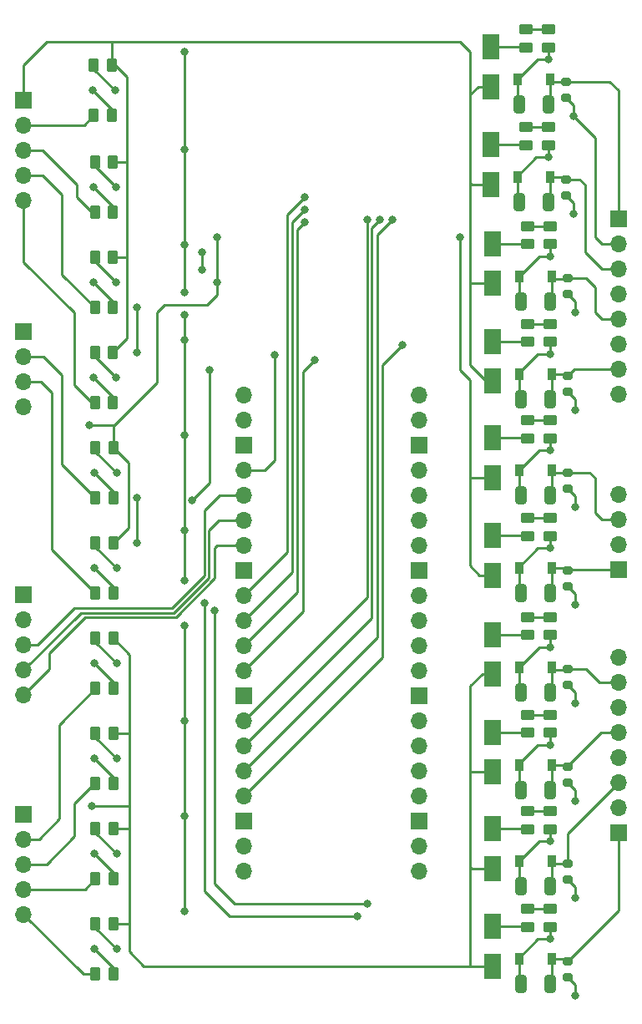
<source format=gbl>
G04 #@! TF.GenerationSoftware,KiCad,Pcbnew,(6.0.0)*
G04 #@! TF.CreationDate,2022-08-19T14:16:46+02:00*
G04 #@! TF.ProjectId,top,746f702e-6b69-4636-9164-5f7063625858,rev?*
G04 #@! TF.SameCoordinates,Original*
G04 #@! TF.FileFunction,Copper,L2,Bot*
G04 #@! TF.FilePolarity,Positive*
%FSLAX46Y46*%
G04 Gerber Fmt 4.6, Leading zero omitted, Abs format (unit mm)*
G04 Created by KiCad (PCBNEW (6.0.0)) date 2022-08-19 14:16:46*
%MOMM*%
%LPD*%
G01*
G04 APERTURE LIST*
G04 Aperture macros list*
%AMRoundRect*
0 Rectangle with rounded corners*
0 $1 Rounding radius*
0 $2 $3 $4 $5 $6 $7 $8 $9 X,Y pos of 4 corners*
0 Add a 4 corners polygon primitive as box body*
4,1,4,$2,$3,$4,$5,$6,$7,$8,$9,$2,$3,0*
0 Add four circle primitives for the rounded corners*
1,1,$1+$1,$2,$3*
1,1,$1+$1,$4,$5*
1,1,$1+$1,$6,$7*
1,1,$1+$1,$8,$9*
0 Add four rect primitives between the rounded corners*
20,1,$1+$1,$2,$3,$4,$5,0*
20,1,$1+$1,$4,$5,$6,$7,0*
20,1,$1+$1,$6,$7,$8,$9,0*
20,1,$1+$1,$8,$9,$2,$3,0*%
G04 Aperture macros list end*
G04 #@! TA.AperFunction,ComponentPad*
%ADD10R,1.700000X1.700000*%
G04 #@! TD*
G04 #@! TA.AperFunction,ComponentPad*
%ADD11O,1.700000X1.700000*%
G04 #@! TD*
G04 #@! TA.AperFunction,SMDPad,CuDef*
%ADD12R,1.800000X2.500000*%
G04 #@! TD*
G04 #@! TA.AperFunction,SMDPad,CuDef*
%ADD13RoundRect,0.250000X-0.450000X0.262500X-0.450000X-0.262500X0.450000X-0.262500X0.450000X0.262500X0*%
G04 #@! TD*
G04 #@! TA.AperFunction,SMDPad,CuDef*
%ADD14RoundRect,0.200000X0.275000X-0.200000X0.275000X0.200000X-0.275000X0.200000X-0.275000X-0.200000X0*%
G04 #@! TD*
G04 #@! TA.AperFunction,SMDPad,CuDef*
%ADD15RoundRect,0.250000X0.262500X0.450000X-0.262500X0.450000X-0.262500X-0.450000X0.262500X-0.450000X0*%
G04 #@! TD*
G04 #@! TA.AperFunction,SMDPad,CuDef*
%ADD16R,0.900000X1.200000*%
G04 #@! TD*
G04 #@! TA.AperFunction,SMDPad,CuDef*
%ADD17RoundRect,0.250000X-0.262500X-0.450000X0.262500X-0.450000X0.262500X0.450000X-0.262500X0.450000X0*%
G04 #@! TD*
G04 #@! TA.AperFunction,SMDPad,CuDef*
%ADD18RoundRect,0.250000X0.450000X-0.262500X0.450000X0.262500X-0.450000X0.262500X-0.450000X-0.262500X0*%
G04 #@! TD*
G04 #@! TA.AperFunction,SMDPad,CuDef*
%ADD19RoundRect,0.250000X-0.325000X-0.650000X0.325000X-0.650000X0.325000X0.650000X-0.325000X0.650000X0*%
G04 #@! TD*
G04 #@! TA.AperFunction,ViaPad*
%ADD20C,0.800000*%
G04 #@! TD*
G04 #@! TA.AperFunction,Conductor*
%ADD21C,0.250000*%
G04 #@! TD*
G04 APERTURE END LIST*
D10*
X111188000Y-81188000D03*
D11*
X111188000Y-83728000D03*
X111188000Y-86268000D03*
X111188000Y-88808000D03*
X133504000Y-87630000D03*
X133504000Y-90170000D03*
D10*
X133504000Y-92710000D03*
D11*
X133504000Y-95250000D03*
X133504000Y-97790000D03*
X133504000Y-100330000D03*
X133504000Y-102870000D03*
D10*
X133504000Y-105410000D03*
D11*
X133504000Y-107950000D03*
X133504000Y-110490000D03*
X133504000Y-113030000D03*
X133504000Y-115570000D03*
D10*
X133504000Y-118110000D03*
D11*
X133504000Y-120650000D03*
X133504000Y-123190000D03*
X133504000Y-125730000D03*
X133504000Y-128270000D03*
D10*
X133504000Y-130810000D03*
D11*
X133504000Y-133350000D03*
X133504000Y-135890000D03*
X151284000Y-135890000D03*
X151284000Y-133350000D03*
D10*
X151284000Y-130810000D03*
D11*
X151284000Y-128270000D03*
X151284000Y-125730000D03*
X151284000Y-123190000D03*
X151284000Y-120650000D03*
D10*
X151284000Y-118110000D03*
D11*
X151284000Y-115570000D03*
X151284000Y-113030000D03*
X151284000Y-110490000D03*
X151284000Y-107950000D03*
D10*
X151284000Y-105410000D03*
D11*
X151284000Y-102870000D03*
X151284000Y-100330000D03*
X151284000Y-97790000D03*
X151284000Y-95250000D03*
D10*
X151284000Y-92710000D03*
D11*
X151284000Y-90170000D03*
X151284000Y-87630000D03*
D10*
X111188000Y-130083000D03*
D11*
X111188000Y-132623000D03*
X111188000Y-135163000D03*
X111188000Y-137703000D03*
X111188000Y-140243000D03*
D10*
X171513000Y-69758000D03*
D11*
X171513000Y-72298000D03*
X171513000Y-74838000D03*
X171513000Y-77378000D03*
X171513000Y-79918000D03*
X171513000Y-82458000D03*
X171513000Y-84998000D03*
X171513000Y-87538000D03*
D10*
X171513000Y-131973000D03*
D11*
X171513000Y-129433000D03*
X171513000Y-126893000D03*
X171513000Y-124353000D03*
X171513000Y-121813000D03*
X171513000Y-119273000D03*
X171513000Y-116733000D03*
X171513000Y-114193000D03*
D10*
X111188000Y-57693000D03*
D11*
X111188000Y-60233000D03*
X111188000Y-62773000D03*
X111188000Y-65313000D03*
X111188000Y-67853000D03*
D10*
X111188000Y-107858000D03*
D11*
X111188000Y-110398000D03*
X111188000Y-112938000D03*
X111188000Y-115478000D03*
X111188000Y-118018000D03*
D10*
X171513000Y-105308000D03*
D11*
X171513000Y-102768000D03*
X171513000Y-100228000D03*
X171513000Y-97688000D03*
D12*
X158750000Y-111863500D03*
X158750000Y-115863500D03*
D13*
X164592000Y-70461500D03*
X164592000Y-72286500D03*
D14*
X166370000Y-136715000D03*
X166370000Y-135065000D03*
D15*
X120231500Y-73660000D03*
X118406500Y-73660000D03*
D16*
X161267500Y-55626000D03*
X164567500Y-55626000D03*
X161418000Y-75541500D03*
X164718000Y-75541500D03*
D17*
X118467500Y-107696000D03*
X120292500Y-107696000D03*
D13*
X164592000Y-129794000D03*
X164592000Y-131619000D03*
X164592000Y-110085500D03*
X164592000Y-111910500D03*
D18*
X162306000Y-121816500D03*
X162306000Y-119991500D03*
D15*
X120292500Y-121920000D03*
X118467500Y-121920000D03*
D19*
X161593000Y-97790000D03*
X164543000Y-97790000D03*
D17*
X118406500Y-69088000D03*
X120231500Y-69088000D03*
D16*
X161418000Y-85447500D03*
X164718000Y-85447500D03*
D17*
X118309000Y-59277500D03*
X120134000Y-59277500D03*
D15*
X120231500Y-64008000D03*
X118406500Y-64008000D03*
D12*
X158750000Y-72239500D03*
X158750000Y-76239500D03*
D16*
X161418000Y-115165500D03*
X164718000Y-115165500D03*
D18*
X162155500Y-52371000D03*
X162155500Y-50546000D03*
D17*
X118406500Y-78740000D03*
X120231500Y-78740000D03*
D15*
X120231500Y-83312000D03*
X118406500Y-83312000D03*
D12*
X158750000Y-141478000D03*
X158750000Y-145478000D03*
D14*
X166370000Y-97091000D03*
X166370000Y-95441000D03*
X166370000Y-87288500D03*
X166370000Y-85638500D03*
D17*
X118467500Y-117348000D03*
X120292500Y-117348000D03*
D16*
X161267500Y-65532000D03*
X164567500Y-65532000D03*
D18*
X162306000Y-131619000D03*
X162306000Y-129794000D03*
D12*
X158750000Y-121769500D03*
X158750000Y-125769500D03*
D19*
X161593000Y-107696000D03*
X164543000Y-107696000D03*
D14*
X166219500Y-57467000D03*
X166219500Y-55817000D03*
D19*
X161593000Y-78081500D03*
X164543000Y-78081500D03*
D17*
X118467500Y-98044000D03*
X120292500Y-98044000D03*
D14*
X166370000Y-146621000D03*
X166370000Y-144971000D03*
D18*
X162306000Y-101901000D03*
X162306000Y-100076000D03*
D19*
X161442500Y-68072000D03*
X164392500Y-68072000D03*
D15*
X120134000Y-54197500D03*
X118309000Y-54197500D03*
D12*
X158750000Y-91948000D03*
X158750000Y-95948000D03*
D13*
X164592000Y-139700000D03*
X164592000Y-141525000D03*
D12*
X158599500Y-62230000D03*
X158599500Y-66230000D03*
D19*
X161593000Y-87987500D03*
X164543000Y-87987500D03*
D13*
X164592000Y-80367500D03*
X164592000Y-82192500D03*
D16*
X161418000Y-144780000D03*
X164718000Y-144780000D03*
D18*
X162306000Y-82192500D03*
X162306000Y-80367500D03*
D12*
X158750000Y-131572000D03*
X158750000Y-135572000D03*
D17*
X118467500Y-146304000D03*
X120292500Y-146304000D03*
D18*
X162306000Y-111910500D03*
X162306000Y-110085500D03*
D16*
X161418000Y-95250000D03*
X164718000Y-95250000D03*
D14*
X166370000Y-117006500D03*
X166370000Y-115356500D03*
D13*
X164441500Y-60452000D03*
X164441500Y-62277000D03*
D14*
X166370000Y-126912500D03*
X166370000Y-125262500D03*
D15*
X120292500Y-102616000D03*
X118467500Y-102616000D03*
D18*
X162306000Y-141525000D03*
X162306000Y-139700000D03*
D13*
X164592000Y-100076000D03*
X164592000Y-101901000D03*
D19*
X161593000Y-147320000D03*
X164543000Y-147320000D03*
D17*
X118467500Y-127000000D03*
X120292500Y-127000000D03*
D13*
X164441500Y-50546000D03*
X164441500Y-52371000D03*
D17*
X118467500Y-136652000D03*
X120292500Y-136652000D03*
D19*
X161442500Y-58166000D03*
X164392500Y-58166000D03*
X161593000Y-127611500D03*
X164543000Y-127611500D03*
D18*
X162306000Y-91995000D03*
X162306000Y-90170000D03*
X162306000Y-72286500D03*
X162306000Y-70461500D03*
D13*
X164592000Y-119991500D03*
X164592000Y-121816500D03*
D12*
X158599500Y-52324000D03*
X158599500Y-56324000D03*
X158750000Y-101854000D03*
X158750000Y-105854000D03*
D16*
X161418000Y-125071500D03*
X164718000Y-125071500D03*
D14*
X166219500Y-67373000D03*
X166219500Y-65723000D03*
D18*
X162155500Y-62277000D03*
X162155500Y-60452000D03*
D19*
X161593000Y-117705500D03*
X164543000Y-117705500D03*
D15*
X120292500Y-92964000D03*
X118467500Y-92964000D03*
D12*
X158750000Y-82145500D03*
X158750000Y-86145500D03*
D17*
X118406500Y-88392000D03*
X120231500Y-88392000D03*
D15*
X120292500Y-141224000D03*
X118467500Y-141224000D03*
X120292500Y-131572000D03*
X118467500Y-131572000D03*
D14*
X166370000Y-106997000D03*
X166370000Y-105347000D03*
D16*
X161418000Y-105156000D03*
X164718000Y-105156000D03*
D13*
X164592000Y-90170000D03*
X164592000Y-91995000D03*
D16*
X161418000Y-134874000D03*
X164718000Y-134874000D03*
D19*
X161593000Y-137414000D03*
X164543000Y-137414000D03*
D14*
X166370000Y-77382500D03*
X166370000Y-75732500D03*
D15*
X120292500Y-112268000D03*
X118467500Y-112268000D03*
D20*
X164441500Y-63500000D03*
X122682000Y-98044000D03*
X122682000Y-102616000D03*
X122682000Y-83312000D03*
X122682000Y-78740000D03*
X128270000Y-98298000D03*
X130048000Y-85090000D03*
X164592000Y-73509500D03*
X136652000Y-83566000D03*
X164441500Y-53594000D03*
X164592000Y-83415500D03*
X127508000Y-120650000D03*
X127508000Y-101346000D03*
X127508000Y-110998000D03*
X127508000Y-91694000D03*
X127508000Y-139954000D03*
X127508000Y-62738000D03*
X127508000Y-52832000D03*
X127508000Y-72390000D03*
X127508000Y-82042000D03*
X127508000Y-77216000D03*
X127508000Y-106426000D03*
X127508000Y-130302000D03*
X127508000Y-79502000D03*
X164592000Y-142748000D03*
X164592000Y-132842000D03*
X118303000Y-66548000D03*
X164592000Y-123039500D03*
X164592000Y-113133500D03*
X164592000Y-103124000D03*
X164592000Y-93218000D03*
X120589000Y-66548000D03*
X118110000Y-129286000D03*
X130810000Y-76200000D03*
X155448000Y-71628000D03*
X117856000Y-90678000D03*
X130810000Y-71628000D03*
X139700000Y-67564000D03*
X120491500Y-56737500D03*
X118205500Y-56737500D03*
X146050000Y-69850000D03*
X139700000Y-68834000D03*
X147320000Y-69850000D03*
X139700000Y-70104000D03*
X129286000Y-74930000D03*
X129286000Y-73152000D03*
X120589000Y-76200000D03*
X118303000Y-76200000D03*
X148590000Y-69850000D03*
X140716000Y-84074000D03*
X120589000Y-85852000D03*
X118303000Y-85852000D03*
X149606000Y-82550000D03*
X120650000Y-114808000D03*
X118364000Y-114808000D03*
X120650000Y-124460000D03*
X118364000Y-124460000D03*
X120650000Y-134112000D03*
X118364000Y-134112000D03*
X120650000Y-143764000D03*
X118364000Y-143764000D03*
X146050000Y-139192000D03*
X130556000Y-109474000D03*
X120650000Y-95504000D03*
X118364000Y-95504000D03*
X129540000Y-108712000D03*
X145034000Y-140462000D03*
X120650000Y-105156000D03*
X118364000Y-105156000D03*
X166981500Y-59332500D03*
X166981500Y-69238500D03*
X167132000Y-79248000D03*
X167132000Y-89154000D03*
X167132000Y-148486500D03*
X167132000Y-138580500D03*
X167132000Y-128778000D03*
X167132000Y-118872000D03*
X167132000Y-108862500D03*
X167132000Y-98956500D03*
D21*
X161267500Y-67897000D02*
X161442500Y-68072000D01*
X164441500Y-62277000D02*
X164441500Y-63500000D01*
X161267500Y-65532000D02*
X161267500Y-67897000D01*
X163171500Y-63500000D02*
X164441500Y-63500000D01*
X161267500Y-65532000D02*
X161267500Y-65404000D01*
X161267500Y-65404000D02*
X163171500Y-63500000D01*
X162108500Y-62230000D02*
X162155500Y-62277000D01*
X158599500Y-62230000D02*
X162108500Y-62230000D01*
X122682000Y-78740000D02*
X122682000Y-83312000D01*
X122682000Y-98044000D02*
X122682000Y-102616000D01*
X130048000Y-96520000D02*
X128270000Y-98298000D01*
X130048000Y-96520000D02*
X130048000Y-85090000D01*
X161418000Y-75541500D02*
X161418000Y-77906500D01*
X161418000Y-75541500D02*
X163450000Y-73509500D01*
X163450000Y-73509500D02*
X164592000Y-73509500D01*
X164592000Y-72286500D02*
X164592000Y-73509500D01*
X161418000Y-77906500D02*
X161593000Y-78081500D01*
X136652000Y-94234000D02*
X135636000Y-95250000D01*
X135636000Y-95250000D02*
X133504000Y-95250000D01*
X136652000Y-94234000D02*
X136652000Y-83566000D01*
X161267500Y-55626000D02*
X163299500Y-53594000D01*
X161267500Y-57991000D02*
X161442500Y-58166000D01*
X163299500Y-53594000D02*
X164441500Y-53594000D01*
X161267500Y-55626000D02*
X161267500Y-57991000D01*
X164441500Y-52371000D02*
X164441500Y-53594000D01*
X161418000Y-87812500D02*
X161593000Y-87987500D01*
X161418000Y-85447500D02*
X161418000Y-87812500D01*
X163322000Y-83415500D02*
X164592000Y-83415500D01*
X161418000Y-85447500D02*
X161418000Y-85319500D01*
X161418000Y-85319500D02*
X163322000Y-83415500D01*
X164592000Y-82192500D02*
X164592000Y-83415500D01*
X127508000Y-106426000D02*
X127508000Y-101346000D01*
X127508000Y-79502000D02*
X127508000Y-82042000D01*
X127508000Y-52832000D02*
X127508000Y-62738000D01*
X127508000Y-62738000D02*
X127508000Y-72390000D01*
X127508000Y-82042000D02*
X127508000Y-91694000D01*
X127508000Y-91694000D02*
X127508000Y-101346000D01*
X127508000Y-72390000D02*
X127508000Y-77216000D01*
X127508000Y-120650000D02*
X127508000Y-130302000D01*
X127508000Y-110998000D02*
X127508000Y-120650000D01*
X127508000Y-130302000D02*
X127508000Y-139954000D01*
X161418000Y-144780000D02*
X161418000Y-144652000D01*
X161418000Y-144652000D02*
X163322000Y-142748000D01*
X163322000Y-142748000D02*
X164592000Y-142748000D01*
X161418000Y-147145000D02*
X161593000Y-147320000D01*
X164592000Y-141525000D02*
X164592000Y-142748000D01*
X161418000Y-144780000D02*
X161418000Y-147145000D01*
X116332000Y-109220000D02*
X126238000Y-109220000D01*
X111188000Y-112938000D02*
X112614000Y-112938000D01*
X129540000Y-99314000D02*
X131064000Y-97790000D01*
X129540000Y-105918000D02*
X129540000Y-99314000D01*
X112614000Y-112938000D02*
X116332000Y-109220000D01*
X131064000Y-97790000D02*
X133504000Y-97790000D01*
X126238000Y-109220000D02*
X129540000Y-105918000D01*
X162155500Y-50546000D02*
X164441500Y-50546000D01*
X163450000Y-132842000D02*
X164592000Y-132842000D01*
X161418000Y-137239000D02*
X161593000Y-137414000D01*
X161418000Y-134874000D02*
X161418000Y-137239000D01*
X164592000Y-131619000D02*
X164592000Y-132842000D01*
X161418000Y-134874000D02*
X163450000Y-132842000D01*
X120231500Y-68476500D02*
X120231500Y-69088000D01*
X118303000Y-66548000D02*
X120231500Y-68476500D01*
X129989520Y-106104197D02*
X129989520Y-101346000D01*
X126424197Y-109669520D02*
X129989520Y-106104197D01*
X116996480Y-109669520D02*
X126424197Y-109669520D01*
X131005520Y-100330000D02*
X133504000Y-100330000D01*
X111188000Y-115478000D02*
X116996480Y-109669520D01*
X129989520Y-101346000D02*
X131005520Y-100330000D01*
X161418000Y-125071500D02*
X161418000Y-124943500D01*
X164592000Y-121816500D02*
X164592000Y-123039500D01*
X161418000Y-127436500D02*
X161593000Y-127611500D01*
X163322000Y-123039500D02*
X164592000Y-123039500D01*
X161418000Y-125071500D02*
X161418000Y-127436500D01*
X161418000Y-124943500D02*
X163322000Y-123039500D01*
X161418000Y-115165500D02*
X163450000Y-113133500D01*
X163450000Y-113133500D02*
X164592000Y-113133500D01*
X161418000Y-115165500D02*
X161418000Y-117530500D01*
X164592000Y-111910500D02*
X164592000Y-113133500D01*
X161418000Y-117530500D02*
X161593000Y-117705500D01*
X161418000Y-107521000D02*
X161593000Y-107696000D01*
X164592000Y-101901000D02*
X164592000Y-103124000D01*
X161418000Y-105028000D02*
X163322000Y-103124000D01*
X161418000Y-105156000D02*
X161418000Y-107521000D01*
X161418000Y-105156000D02*
X161418000Y-105028000D01*
X163322000Y-103124000D02*
X164592000Y-103124000D01*
X161418000Y-95250000D02*
X163450000Y-93218000D01*
X161418000Y-97615000D02*
X161593000Y-97790000D01*
X164592000Y-91995000D02*
X164592000Y-93218000D01*
X163450000Y-93218000D02*
X164592000Y-93218000D01*
X161418000Y-95250000D02*
X161418000Y-97615000D01*
X162108500Y-52324000D02*
X162155500Y-52371000D01*
X158599500Y-52324000D02*
X162108500Y-52324000D01*
X118406500Y-64365500D02*
X118406500Y-64008000D01*
X120589000Y-66548000D02*
X118406500Y-64365500D01*
X121666000Y-81877500D02*
X120231500Y-83312000D01*
X121666000Y-73660000D02*
X121666000Y-81877500D01*
X120491500Y-54197500D02*
X121666000Y-55372000D01*
X156464000Y-52832000D02*
X156464000Y-66040000D01*
X158750000Y-76239500D02*
X156503500Y-76239500D01*
X158599500Y-66230000D02*
X156654000Y-66230000D01*
X156464000Y-84582000D02*
X158027500Y-86145500D01*
X121666000Y-64008000D02*
X121666000Y-73660000D01*
X121666000Y-55372000D02*
X121666000Y-64008000D01*
X120134000Y-54197500D02*
X120491500Y-54197500D01*
X156503500Y-76239500D02*
X156464000Y-76200000D01*
X157290000Y-56324000D02*
X156464000Y-57150000D01*
X156464000Y-76200000D02*
X156464000Y-84582000D01*
X111188000Y-54166000D02*
X113538000Y-51816000D01*
X111188000Y-57693000D02*
X111188000Y-54166000D01*
X158599500Y-56324000D02*
X157290000Y-56324000D01*
X120134000Y-54197500D02*
X120134000Y-51824000D01*
X120231500Y-73660000D02*
X121666000Y-73660000D01*
X156464000Y-66040000D02*
X156464000Y-76200000D01*
X120231500Y-64008000D02*
X121666000Y-64008000D01*
X158027500Y-86145500D02*
X158750000Y-86145500D01*
X155448000Y-51816000D02*
X156464000Y-52832000D01*
X156654000Y-66230000D02*
X156464000Y-66040000D01*
X113538000Y-51816000D02*
X155448000Y-51816000D01*
X162259000Y-72239500D02*
X162306000Y-72286500D01*
X158750000Y-72239500D02*
X162259000Y-72239500D01*
X158750000Y-82145500D02*
X162259000Y-82145500D01*
X162259000Y-82145500D02*
X162306000Y-82192500D01*
X158750000Y-141478000D02*
X162259000Y-141478000D01*
X162259000Y-141478000D02*
X162306000Y-141525000D01*
X121920000Y-131572000D02*
X121920000Y-129286000D01*
X157694500Y-115863500D02*
X156464000Y-117094000D01*
X121920000Y-113895500D02*
X120292500Y-112268000D01*
X156464000Y-117094000D02*
X156464000Y-125730000D01*
X158750000Y-135572000D02*
X156654000Y-135572000D01*
X156464000Y-125730000D02*
X156464000Y-135382000D01*
X121920000Y-141224000D02*
X121920000Y-131572000D01*
X158750000Y-115863500D02*
X157694500Y-115863500D01*
X158750000Y-145478000D02*
X156528000Y-145478000D01*
X156464000Y-145414000D02*
X156528000Y-145478000D01*
X156654000Y-135572000D02*
X156464000Y-135382000D01*
X121920000Y-129286000D02*
X118110000Y-129286000D01*
X121920000Y-129286000D02*
X121920000Y-121920000D01*
X156528000Y-145478000D02*
X123380000Y-145478000D01*
X121920000Y-144018000D02*
X121920000Y-141224000D01*
X121920000Y-121920000D02*
X121920000Y-113895500D01*
X120292500Y-131572000D02*
X121920000Y-131572000D01*
X156464000Y-135382000D02*
X156464000Y-145414000D01*
X123380000Y-145478000D02*
X121920000Y-144018000D01*
X158750000Y-125769500D02*
X156503500Y-125769500D01*
X156503500Y-125769500D02*
X156464000Y-125730000D01*
X120292500Y-121920000D02*
X121920000Y-121920000D01*
X120292500Y-141224000D02*
X121920000Y-141224000D01*
X158750000Y-131572000D02*
X162259000Y-131572000D01*
X162259000Y-131572000D02*
X162306000Y-131619000D01*
X158750000Y-121769500D02*
X162259000Y-121769500D01*
X162259000Y-121769500D02*
X162306000Y-121816500D01*
X158750000Y-111863500D02*
X162259000Y-111863500D01*
X162259000Y-111863500D02*
X162306000Y-111910500D01*
X162259000Y-101854000D02*
X162306000Y-101901000D01*
X158750000Y-101854000D02*
X162259000Y-101854000D01*
X157416000Y-105854000D02*
X156464000Y-104902000D01*
X124714000Y-86360000D02*
X124714000Y-79248000D01*
X124714000Y-79248000D02*
X125476000Y-78486000D01*
X120292500Y-92964000D02*
X121816500Y-94488000D01*
X120292500Y-92964000D02*
X120292500Y-90781500D01*
X158750000Y-105854000D02*
X157416000Y-105854000D01*
X120292500Y-90781500D02*
X120396000Y-90678000D01*
X130810000Y-71628000D02*
X130810000Y-76200000D01*
X129794000Y-78486000D02*
X130810000Y-77470000D01*
X158750000Y-95948000D02*
X156528000Y-95948000D01*
X125476000Y-78486000D02*
X129794000Y-78486000D01*
X121816500Y-94488000D02*
X121816500Y-101092000D01*
X130810000Y-77470000D02*
X130810000Y-76200000D01*
X156528000Y-95948000D02*
X156464000Y-96012000D01*
X121816500Y-101092000D02*
X120292500Y-102616000D01*
X156464000Y-104902000D02*
X156464000Y-96012000D01*
X155448000Y-85090000D02*
X155448000Y-71628000D01*
X120396000Y-90678000D02*
X124714000Y-86360000D01*
X117856000Y-90678000D02*
X120396000Y-90678000D01*
X156464000Y-96012000D02*
X156464000Y-86106000D01*
X155448000Y-85090000D02*
X156464000Y-86106000D01*
X158750000Y-91948000D02*
X162259000Y-91948000D01*
X162259000Y-91948000D02*
X162306000Y-91995000D01*
X118309000Y-59277500D02*
X117353500Y-60233000D01*
X117353500Y-60233000D02*
X111188000Y-60233000D01*
X118110000Y-69088000D02*
X118406500Y-69088000D01*
X113065000Y-62773000D02*
X116586000Y-66294000D01*
X116586000Y-67564000D02*
X118110000Y-69088000D01*
X111188000Y-62773000D02*
X113065000Y-62773000D01*
X116586000Y-66294000D02*
X116586000Y-67564000D01*
X113065000Y-65313000D02*
X115062000Y-67310000D01*
X115062000Y-67310000D02*
X115062000Y-75395500D01*
X111188000Y-65313000D02*
X113065000Y-65313000D01*
X115062000Y-75395500D02*
X118406500Y-78740000D01*
X111188000Y-74104000D02*
X116332000Y-79248000D01*
X118110000Y-88392000D02*
X118406500Y-88392000D01*
X116332000Y-86614000D02*
X118110000Y-88392000D01*
X111188000Y-67853000D02*
X111188000Y-74104000D01*
X116332000Y-79248000D02*
X116332000Y-86614000D01*
X130556000Y-103124000D02*
X130810000Y-102870000D01*
X130556000Y-106173435D02*
X130556000Y-103124000D01*
X117464960Y-110119040D02*
X126610395Y-110119040D01*
X126610395Y-110119040D02*
X130556000Y-106173435D01*
X113792000Y-115414000D02*
X113792000Y-113792000D01*
X113792000Y-113792000D02*
X117464960Y-110119040D01*
X130810000Y-102870000D02*
X133504000Y-102870000D01*
X111188000Y-118018000D02*
X113792000Y-115414000D01*
X111188000Y-137703000D02*
X117416500Y-137703000D01*
X117416500Y-137703000D02*
X118467500Y-136652000D01*
X118467500Y-146304000D02*
X117249000Y-146304000D01*
X117249000Y-146304000D02*
X111188000Y-140243000D01*
X112741000Y-132623000D02*
X114808000Y-130556000D01*
X114808000Y-121007500D02*
X118467500Y-117348000D01*
X114808000Y-130556000D02*
X114808000Y-121007500D01*
X111188000Y-132623000D02*
X112741000Y-132623000D01*
X116332000Y-129032000D02*
X118364000Y-127000000D01*
X111188000Y-135163000D02*
X113503000Y-135163000D01*
X113503000Y-135163000D02*
X116332000Y-132334000D01*
X116332000Y-132334000D02*
X116332000Y-129032000D01*
X118364000Y-127000000D02*
X118467500Y-127000000D01*
X111188000Y-83728000D02*
X113192000Y-83728000D01*
X113192000Y-83728000D02*
X115062000Y-85598000D01*
X115062000Y-94638500D02*
X118467500Y-98044000D01*
X115062000Y-85598000D02*
X115062000Y-94638500D01*
X114046000Y-103274500D02*
X118467500Y-107696000D01*
X111188000Y-86268000D02*
X112938000Y-86268000D01*
X112938000Y-86268000D02*
X114046000Y-87376000D01*
X114046000Y-87376000D02*
X114046000Y-103274500D01*
X137922000Y-69342000D02*
X139700000Y-67564000D01*
X137922000Y-103532000D02*
X137922000Y-69342000D01*
X133504000Y-107950000D02*
X137922000Y-103532000D01*
X118309000Y-54555000D02*
X118309000Y-54197500D01*
X120491500Y-56737500D02*
X118309000Y-54555000D01*
X118205500Y-56737500D02*
X120134000Y-58666000D01*
X120134000Y-58666000D02*
X120134000Y-59277500D01*
X146050000Y-108104000D02*
X133504000Y-120650000D01*
X146050000Y-69850000D02*
X146050000Y-108104000D01*
X138430000Y-70104000D02*
X139700000Y-68834000D01*
X133504000Y-110490000D02*
X138430000Y-105564000D01*
X138430000Y-105564000D02*
X138430000Y-70104000D01*
X147320000Y-69850000D02*
X146499520Y-70670480D01*
X146499520Y-110194480D02*
X133504000Y-123190000D01*
X146499520Y-70670480D02*
X146499520Y-110194480D01*
X162155500Y-60452000D02*
X164441500Y-60452000D01*
X129286000Y-74930000D02*
X129286000Y-73152000D01*
X133504000Y-113030000D02*
X138938000Y-107596000D01*
X138938000Y-107596000D02*
X138938000Y-70866000D01*
X138938000Y-70866000D02*
X139700000Y-70104000D01*
X120589000Y-76200000D02*
X118406500Y-74017500D01*
X118406500Y-74017500D02*
X118406500Y-73660000D01*
X120231500Y-78128500D02*
X120231500Y-78740000D01*
X118303000Y-76200000D02*
X120231500Y-78128500D01*
X148590000Y-69850000D02*
X147066000Y-71374000D01*
X147066000Y-71374000D02*
X147066000Y-112168000D01*
X147066000Y-112168000D02*
X133504000Y-125730000D01*
X162306000Y-70461500D02*
X164592000Y-70461500D01*
X139523000Y-85267000D02*
X140716000Y-84074000D01*
X139523000Y-109551000D02*
X139523000Y-85267000D01*
X133504000Y-115570000D02*
X139523000Y-109551000D01*
X120589000Y-85852000D02*
X118406500Y-83669500D01*
X118406500Y-83669500D02*
X118406500Y-83312000D01*
X118303000Y-85852000D02*
X120231500Y-87780500D01*
X120231500Y-87780500D02*
X120231500Y-88392000D01*
X147574000Y-84582000D02*
X147574000Y-114200000D01*
X149606000Y-82550000D02*
X147574000Y-84582000D01*
X147574000Y-114200000D02*
X133504000Y-128270000D01*
X162306000Y-80367500D02*
X164592000Y-80367500D01*
X120650000Y-114808000D02*
X118467500Y-112625500D01*
X118467500Y-112625500D02*
X118467500Y-112268000D01*
X120292500Y-116736500D02*
X120292500Y-117348000D01*
X118364000Y-114808000D02*
X120292500Y-116736500D01*
X162306000Y-139700000D02*
X164592000Y-139700000D01*
X118467500Y-122277500D02*
X118467500Y-121920000D01*
X120650000Y-124460000D02*
X118467500Y-122277500D01*
X120292500Y-126388500D02*
X120292500Y-127000000D01*
X118364000Y-124460000D02*
X120292500Y-126388500D01*
X162306000Y-129794000D02*
X164592000Y-129794000D01*
X120650000Y-134112000D02*
X118467500Y-131929500D01*
X118467500Y-131929500D02*
X118467500Y-131572000D01*
X118364000Y-134112000D02*
X120292500Y-136040500D01*
X120292500Y-136040500D02*
X120292500Y-136652000D01*
X162306000Y-119991500D02*
X164592000Y-119991500D01*
X120650000Y-143764000D02*
X118467500Y-141581500D01*
X118467500Y-141581500D02*
X118467500Y-141224000D01*
X118364000Y-143764000D02*
X120292500Y-145692500D01*
X120292500Y-145692500D02*
X120292500Y-146304000D01*
X162306000Y-110085500D02*
X164592000Y-110085500D01*
X132588000Y-139192000D02*
X146050000Y-139192000D01*
X130556000Y-137160000D02*
X132588000Y-139192000D01*
X130556000Y-109474000D02*
X130556000Y-137160000D01*
X120650000Y-95504000D02*
X118467500Y-93321500D01*
X118467500Y-93321500D02*
X118467500Y-92964000D01*
X120292500Y-97432500D02*
X120292500Y-98044000D01*
X118364000Y-95504000D02*
X120292500Y-97432500D01*
X162306000Y-100076000D02*
X164592000Y-100076000D01*
X129540000Y-137922000D02*
X132080000Y-140462000D01*
X129540000Y-108712000D02*
X129540000Y-137922000D01*
X132080000Y-140462000D02*
X145034000Y-140462000D01*
X118467500Y-102973500D02*
X118467500Y-102616000D01*
X120650000Y-105156000D02*
X118467500Y-102973500D01*
X118364000Y-105156000D02*
X120292500Y-107084500D01*
X120292500Y-107084500D02*
X120292500Y-107696000D01*
X162306000Y-90170000D02*
X164592000Y-90170000D01*
X166981500Y-58229000D02*
X166219500Y-57467000D01*
X169164000Y-71628000D02*
X169164000Y-61515000D01*
X169164000Y-61515000D02*
X166981500Y-59332500D01*
X166981500Y-59332500D02*
X166981500Y-58229000D01*
X171513000Y-72298000D02*
X169834000Y-72298000D01*
X169834000Y-72298000D02*
X169164000Y-71628000D01*
X166981500Y-69238500D02*
X166981500Y-68135000D01*
X166981500Y-68135000D02*
X166219500Y-67373000D01*
X167132000Y-78144500D02*
X166370000Y-77382500D01*
X167132000Y-79248000D02*
X167132000Y-78144500D01*
X167132000Y-89154000D02*
X167132000Y-88050500D01*
X167132000Y-88050500D02*
X166370000Y-87288500D01*
X167132000Y-147383000D02*
X166370000Y-146621000D01*
X167132000Y-148486500D02*
X167132000Y-147383000D01*
X167132000Y-137477000D02*
X166370000Y-136715000D01*
X167132000Y-138580500D02*
X167132000Y-137477000D01*
X167132000Y-128778000D02*
X167132000Y-127674500D01*
X167132000Y-127674500D02*
X166370000Y-126912500D01*
X167132000Y-117768500D02*
X166370000Y-117006500D01*
X167132000Y-118872000D02*
X167132000Y-117768500D01*
X167132000Y-108862500D02*
X167132000Y-107759000D01*
X167132000Y-107759000D02*
X166370000Y-106997000D01*
X167132000Y-97853000D02*
X166370000Y-97091000D01*
X167132000Y-98956500D02*
X167132000Y-97853000D01*
X166156500Y-55880000D02*
X166219500Y-55817000D01*
X170625000Y-55817000D02*
X166219500Y-55817000D01*
X164567500Y-57991000D02*
X164392500Y-58166000D01*
X171513000Y-56705000D02*
X170625000Y-55817000D01*
X171513000Y-69758000D02*
X171513000Y-56705000D01*
X164567500Y-55880000D02*
X166156500Y-55880000D01*
X164567500Y-55626000D02*
X164567500Y-57991000D01*
X166028500Y-65532000D02*
X166219500Y-65723000D01*
X168148000Y-66294000D02*
X167577000Y-65723000D01*
X167577000Y-65723000D02*
X166219500Y-65723000D01*
X168148000Y-73152000D02*
X168148000Y-66294000D01*
X169834000Y-74838000D02*
X168148000Y-73152000D01*
X164567500Y-65532000D02*
X166028500Y-65532000D01*
X164567500Y-65532000D02*
X164567500Y-67897000D01*
X171513000Y-74838000D02*
X169834000Y-74838000D01*
X164567500Y-67897000D02*
X164392500Y-68072000D01*
X166219500Y-65723000D02*
X166219500Y-65682500D01*
X171513000Y-79918000D02*
X169834000Y-79918000D01*
X166307000Y-75795500D02*
X166370000Y-75732500D01*
X169164000Y-79248000D02*
X169164000Y-76708000D01*
X164718000Y-77906500D02*
X164543000Y-78081500D01*
X164718000Y-75795500D02*
X166307000Y-75795500D01*
X164718000Y-75541500D02*
X164718000Y-77906500D01*
X169164000Y-76708000D02*
X168188500Y-75732500D01*
X169834000Y-79918000D02*
X169164000Y-79248000D01*
X168188500Y-75732500D02*
X166370000Y-75732500D01*
X167010500Y-84998000D02*
X171513000Y-84998000D01*
X164718000Y-85447500D02*
X166179000Y-85447500D01*
X166370000Y-85638500D02*
X166370000Y-85598000D01*
X164718000Y-85447500D02*
X164718000Y-87812500D01*
X166179000Y-85447500D02*
X166370000Y-85638500D01*
X164718000Y-87812500D02*
X164543000Y-87987500D01*
X166370000Y-85638500D02*
X167010500Y-84998000D01*
X164718000Y-144780000D02*
X166179000Y-144780000D01*
X166370000Y-144971000D02*
X171513000Y-139828000D01*
X171513000Y-139828000D02*
X171513000Y-131973000D01*
X164718000Y-144780000D02*
X164718000Y-147145000D01*
X164718000Y-147145000D02*
X164543000Y-147320000D01*
X166179000Y-144780000D02*
X166370000Y-144971000D01*
X164718000Y-135128000D02*
X166307000Y-135128000D01*
X166370000Y-135065000D02*
X166370000Y-132036000D01*
X164718000Y-134874000D02*
X164718000Y-137239000D01*
X166370000Y-132036000D02*
X171513000Y-126893000D01*
X164718000Y-137239000D02*
X164543000Y-137414000D01*
X166307000Y-135128000D02*
X166370000Y-135065000D01*
X164718000Y-127436500D02*
X164543000Y-127611500D01*
X169779000Y-121813000D02*
X171513000Y-121813000D01*
X164718000Y-125071500D02*
X164718000Y-127436500D01*
X166370000Y-125222000D02*
X169779000Y-121813000D01*
X166179000Y-125071500D02*
X166370000Y-125262500D01*
X164718000Y-125071500D02*
X166179000Y-125071500D01*
X166370000Y-125262500D02*
X166370000Y-125222000D01*
X164718000Y-117530500D02*
X164543000Y-117705500D01*
X164718000Y-115165500D02*
X164718000Y-117530500D01*
X166307000Y-115419500D02*
X166370000Y-115356500D01*
X169565000Y-116733000D02*
X168188500Y-115356500D01*
X164718000Y-115419500D02*
X166307000Y-115419500D01*
X171513000Y-116733000D02*
X169565000Y-116733000D01*
X168188500Y-115356500D02*
X166370000Y-115356500D01*
X164718000Y-105156000D02*
X166179000Y-105156000D01*
X166409000Y-105308000D02*
X166370000Y-105347000D01*
X164718000Y-107521000D02*
X164543000Y-107696000D01*
X166179000Y-105156000D02*
X166370000Y-105347000D01*
X171513000Y-105308000D02*
X166409000Y-105308000D01*
X164718000Y-105156000D02*
X164718000Y-107521000D01*
X164718000Y-95504000D02*
X166307000Y-95504000D01*
X169164000Y-96012000D02*
X168593000Y-95441000D01*
X166307000Y-95504000D02*
X166370000Y-95441000D01*
X169824000Y-100228000D02*
X169164000Y-99568000D01*
X168593000Y-95441000D02*
X166370000Y-95441000D01*
X171513000Y-100228000D02*
X169824000Y-100228000D01*
X164718000Y-97615000D02*
X164543000Y-97790000D01*
X164718000Y-95250000D02*
X164718000Y-97615000D01*
X169164000Y-99568000D02*
X169164000Y-96012000D01*
M02*

</source>
